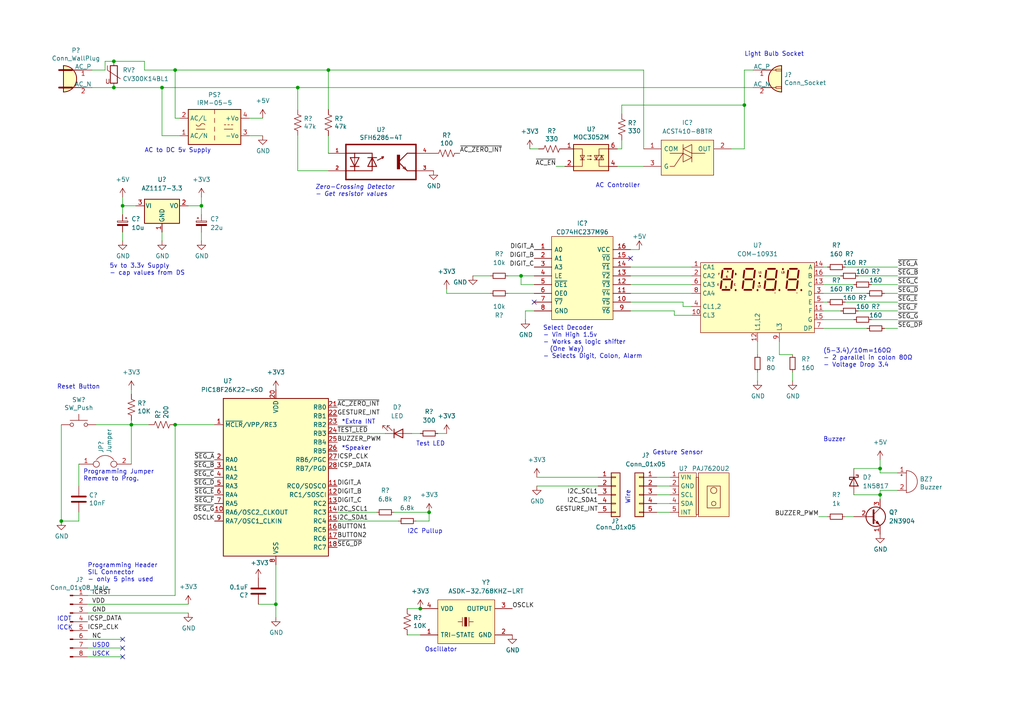
<source format=kicad_sch>
(kicad_sch (version 20210621) (generator eeschema)
  (paper "A4")
  (title_block (title "Sunrise Alarm Clock - ece411") (date "2021-11-07") (rev "V0.5"))
  (lib_symbols
    (symbol "Connector:Conn_01x08_Male" (pin_names (offset 1.016) hide)
      (property "Reference" "J" (at 0 10.16 0))
      (property "Value" "Conn_01x08_Male" (at 0 -12.7 0))
      (symbol "Conn_01x08_Male_1_1"
        (pin passive line (at 5.08 7.62 180) (length 3.81) (name "Pin_1") (number "1"))
        (pin passive line (at 5.08 5.08 180) (length 3.81) (name "Pin_2") (number "2"))
        (pin passive line (at 5.08 2.54 180) (length 3.81) (name "Pin_3") (number "3"))
        (pin passive line (at 5.08 0 180) (length 3.81) (name "Pin_4") (number "4"))
        (pin passive line (at 5.08 -2.54 180) (length 3.81) (name "Pin_5") (number "5"))
        (pin passive line (at 5.08 -5.08 180) (length 3.81) (name "Pin_6") (number "6"))
        (pin passive line (at 5.08 -7.62 180) (length 3.81) (name "Pin_7") (number "7"))
        (pin passive line (at 5.08 -10.16 180) (length 3.81) (name "Pin_8") (number "8"))
      )
    )
    (symbol "Connector:Conn_WallPlug" (pin_names (offset 0))
      (property "Reference" "P" (at -1.27 4.445 0))
      (property "Value" "Conn_WallPlug" (at -5.715 0 90))
      (symbol "Conn_WallPlug_1_1"
        (pin power_out line (at 5.08 2.54 180) (length 5.08) (name "AC_P") (number "1"))
        (pin power_out line (at 5.08 -2.54 180) (length 5.08) (name "AC_N") (number "2"))
      )
    )
    (symbol "Connector:Conn_WallSocket" (pin_names (offset 0))
      (property "Reference" "J" (at 1.27 4.445 0))
      (property "Value" "Conn_WallSocket" (at 5.08 0 90))
      (symbol "Conn_WallSocket_1_1"
        (pin power_in line (at -5.08 2.54 0) (length 5.08) (name "AC_P") (number "1"))
        (pin power_in line (at -5.08 -2.54 0) (length 5.08) (name "AC_N") (number "2"))
      )
    )
    (symbol "Connector_Generic:Conn_01x05" (pin_names (offset 1.016) hide)
      (property "Reference" "J" (at 0 7.62 0))
      (property "Value" "Conn_01x05" (at 0 -7.62 0))
      (symbol "Conn_01x05_1_1"
        (pin passive line (at -5.08 5.08 0) (length 3.81) (name "Pin_1") (number "1"))
        (pin passive line (at -5.08 2.54 0) (length 3.81) (name "Pin_2") (number "2"))
        (pin passive line (at -5.08 0 0) (length 3.81) (name "Pin_3") (number "3"))
        (pin passive line (at -5.08 -2.54 0) (length 3.81) (name "Pin_4") (number "4"))
        (pin passive line (at -5.08 -5.08 0) (length 3.81) (name "Pin_5") (number "5"))
      )
    )
    (symbol "Converter_ACDC:IRM-05-3.3"
      (property "Reference" "PS" (at 0 6.35 0))
      (property "Value" "IRM-05-3.3" (at 0 -6.35 0))
      (symbol "IRM-05-3.3_1_1"
        (pin power_in line (at -10.16 -2.54 0) (length 2.54) (name "AC/N") (number "1"))
        (pin power_in line (at -10.16 2.54 0) (length 2.54) (name "AC/L") (number "2"))
        (pin power_out line (at 10.16 -2.54 180) (length 2.54) (name "-Vo") (number "3"))
        (pin power_out line (at 10.16 2.54 180) (length 2.54) (name "+Vo") (number "4"))
      )
    )
    (symbol "Custom:ACST410-8BTR" (pin_names (offset 0.762))
      (property "Reference" "IC?" (at 12.7 6.731 0))
      (property "Value" "ACST410-8BTR" (at 12.7 4.4196 0))
      (symbol "ACST410-8BTR_0_0"
        (pin passive line (at 0 0 0) (length 5.08) (name "COM") (number "1"))
        (pin passive line (at 25.4 0 180) (length 5.08) (name "OUT") (number "2"))
        (pin passive line (at 0 -5.08 0) (length 5.08) (name "G") (number "3"))
      )
    )
    (symbol "Custom:COM-10931"
      (property "Reference" "U" (at 1.27 19.05 0))
      (property "Value" "COM-10931" (at 26.67 19.05 0))
      (symbol "COM-10931_0_0"
        (pin input line (at -2.54 16.51 0) (length 2.54) (name "CA1") (number "1"))
        (pin input line (at -2.54 2.54 0) (length 2.54) (name "CL3") (number "10"))
        (pin output line (at 35.56 3.81 180) (length 2.54) (name "F") (number "11"))
        (pin output line (at 16.51 -5.08 90) (length 2.54) (name "L1,L2") (number "12"))
        (pin output line (at 35.56 11.43 180) (length 2.54) (name "C") (number "13"))
        (pin output line (at 35.56 16.51 180) (length 2.54) (name "A") (number "14"))
        (pin output line (at 35.56 1.27 180) (length 2.54) (name "G") (number "15"))
        (pin output line (at 35.56 13.97 180) (length 2.54) (name "B") (number "16"))
        (pin input line (at -2.54 13.97 0) (length 2.54) (name "CA2") (number "2"))
        (pin output line (at 35.56 8.89 180) (length 2.54) (name "D") (number "3"))
        (pin input line (at -2.54 5.08 0) (length 2.54) (name "CL1,2") (number "4"))
        (pin output line (at 35.56 6.35 180) (length 2.54) (name "E") (number "5"))
        (pin input line (at -2.54 11.43 0) (length 2.54) (name "CA3") (number "6"))
        (pin output line (at 35.56 -1.27 180) (length 2.54) (name "DP") (number "7"))
        (pin input line (at -2.54 8.89 0) (length 2.54) (name "CA4") (number "8"))
        (pin output line (at 22.86 -5.08 90) (length 2.54) (name "L3") (number "9"))
      )
      (symbol "COM-10931_1_0"
        (text "A" (at 7.874 15.24 0) (effects (font (size 0.508 0.508))))
        (text "B" (at 10.16 14.478 0) (effects (font (size 0.508 0.508))))
        (text "C" (at 9.906 11.43 0) (effects (font (size 0.508 0.508))))
        (text "D" (at 7.366 10.668 0) (effects (font (size 0.508 0.508))))
        (text "DP" (at 21.336 9.906 0) (effects (font (size 0.508 0.508))))
        (text "E" (at 5.08 11.43 0) (effects (font (size 0.508 0.508))))
        (text "F" (at 5.334 14.478 0) (effects (font (size 0.508 0.508))))
        (text "G" (at 7.62 13.716 0) (effects (font (size 0.508 0.508))))
        (text "L1" (at 17.272 14.986 0) (effects (font (size 0.508 0.508))))
        (text "L2" (at 17.018 10.922 0) (effects (font (size 0.508 0.508))))
        (text "L3" (at 23.876 14.986 0) (effects (font (size 0.508 0.508))))
      )
    )
    (symbol "Custom:PAJ7620U2"
      (property "Reference" "U" (at 0.635 1.27 0))
      (property "Value" "PAJ7620U2" (at 9.525 1.27 0))
      (symbol "PAJ7620U2_0_0"
        (pin power_in line (at -2.54 -1.27 0) (length 2.54) (name "VIN") (number "1"))
        (pin power_out line (at -2.54 -3.81 0) (length 2.54) (name "GND") (number "2"))
        (pin input line (at -2.54 -6.35 0) (length 2.54) (name "SCL") (number "3"))
        (pin bidirectional line (at -2.54 -8.89 0) (length 2.54) (name "SDA") (number "4"))
        (pin output line (at -2.54 -11.43 0) (length 2.54) (name "INT") (number "5"))
      )
    )
    (symbol "Device:Buzzer" (pin_names (offset 0.0254) hide)
      (property "Reference" "BZ" (at 3.81 1.27 0))
      (property "Value" "Buzzer" (at 3.81 -1.27 0))
      (symbol "Buzzer_1_1"
        (pin passive line (at -2.54 2.54 0) (length 2.54) (name "-") (number "1"))
        (pin passive line (at -2.54 -2.54 0) (length 2.54) (name "+") (number "2"))
      )
    )
    (symbol "Device:C" (pin_numbers hide) (pin_names (offset 0.254))
      (property "Reference" "C" (at 0.635 2.54 0))
      (property "Value" "C" (at 0.635 -2.54 0))
      (symbol "C_1_1"
        (pin passive line (at 0 3.81 270) (length 2.794) (name "~") (number "1"))
        (pin passive line (at 0 -3.81 90) (length 2.794) (name "~") (number "2"))
      )
    )
    (symbol "Device:C_Polarized_Small" (pin_numbers hide) (pin_names (offset 0.254) hide)
      (property "Reference" "C" (at 0.254 1.778 0))
      (property "Value" "C_Polarized_Small" (at 0.254 -2.032 0))
      (symbol "C_Polarized_Small_1_1"
        (pin passive line (at 0 2.54 270) (length 1.8542) (name "~") (number "1"))
        (pin passive line (at 0 -2.54 90) (length 1.8542) (name "~") (number "2"))
      )
    )
    (symbol "Device:Jumper" (pin_names (offset 0.762) hide)
      (property "Reference" "JP" (at 0 3.81 0))
      (property "Value" "Device_Jumper" (at 0 -2.032 0))
      (symbol "Jumper_0_1"
        (pin passive line (at -7.62 0 0) (length 4.191) (name "1") (number "1"))
        (pin passive line (at 7.62 0 180) (length 4.191) (name "2") (number "2"))
      )
    )
    (symbol "Device:LED" (pin_numbers hide) (pin_names (offset 1.016) hide)
      (property "Reference" "D" (at 0 2.54 0))
      (property "Value" "LED" (at 0 -2.54 0))
      (symbol "LED_1_1"
        (pin passive line (at -3.81 0 0) (length 2.54) (name "K") (number "1"))
        (pin passive line (at 3.81 0 180) (length 2.54) (name "A") (number "2"))
      )
    )
    (symbol "Device:R_Small" (pin_numbers hide) (pin_names (offset 0.254) hide)
      (property "Reference" "R" (at 0.762 0.508 0))
      (property "Value" "R_Small" (at 0.762 -1.016 0))
      (symbol "R_Small_1_1"
        (pin passive line (at 0 2.54 270) (length 0.762) (name "~") (number "1"))
        (pin passive line (at 0 -2.54 90) (length 0.762) (name "~") (number "2"))
      )
    )
    (symbol "Device:R_US" (pin_numbers hide) (pin_names (offset 0))
      (property "Reference" "R" (at 2.54 0 90))
      (property "Value" "R_US" (at -2.54 0 90))
      (symbol "R_US_1_1"
        (pin passive line (at 0 3.81 270) (length 1.27) (name "~") (number "1"))
        (pin passive line (at 0 -3.81 90) (length 1.27) (name "~") (number "2"))
      )
    )
    (symbol "Device:Varistor" (pin_numbers hide) (pin_names (offset 0))
      (property "Reference" "RV" (at 3.175 0 90))
      (property "Value" "Varistor" (at -3.175 0 90))
      (symbol "Varistor_0_0"
        (text "U" (at -1.778 -2.032 0) (effects (font (size 1.27 1.27))))
      )
      (symbol "Varistor_1_1"
        (pin passive line (at 0 3.81 270) (length 1.27) (name "~") (number "1"))
        (pin passive line (at 0 -3.81 90) (length 1.27) (name "~") (number "2"))
      )
    )
    (symbol "Diode:1N5817" (pin_numbers hide) (pin_names (offset 1.016) hide)
      (property "Reference" "D" (at 0 2.54 0))
      (property "Value" "1N5817" (at 0 -2.54 0))
      (symbol "1N5817_1_1"
        (pin passive line (at -3.81 0 0) (length 2.54) (name "K") (number "1"))
        (pin passive line (at 3.81 0 180) (length 2.54) (name "A") (number "2"))
      )
    )
    (symbol "MCU_Microchip_PIC18:PIC18F26K22-xSO"
      (property "Reference" "U" (at -12.7 25.4 0))
      (property "Value" "PIC18F26K22-xSO" (at 12.7 25.4 0))
      (symbol "PIC18F26K22-xSO_1_1"
        (pin input line (at -17.78 15.24 0) (length 2.54) (name "~{MCLR}/VPP/RE3") (number "1"))
        (pin bidirectional line (at -17.78 -10.16 0) (length 2.54) (name "RA6/OSC2_CLKOUT") (number "10"))
        (pin bidirectional line (at 17.78 -2.54 180) (length 2.54) (name "RC0/SOSCO") (number "11"))
        (pin bidirectional line (at 17.78 -5.08 180) (length 2.54) (name "RC1/SOSCI") (number "12"))
        (pin bidirectional line (at 17.78 -7.62 180) (length 2.54) (name "RC2") (number "13"))
        (pin bidirectional line (at 17.78 -10.16 180) (length 2.54) (name "RC3") (number "14"))
        (pin bidirectional line (at 17.78 -12.7 180) (length 2.54) (name "RC4") (number "15"))
        (pin bidirectional line (at 17.78 -15.24 180) (length 2.54) (name "RC5") (number "16"))
        (pin bidirectional line (at 17.78 -17.78 180) (length 2.54) (name "RC6") (number "17"))
        (pin bidirectional line (at 17.78 -20.32 180) (length 2.54) (name "RC7") (number "18"))
        (pin passive line (at 0 -25.4 90) (length 2.54) hide (name "VSS") (number "19"))
        (pin bidirectional line (at -17.78 5.08 0) (length 2.54) (name "RA0") (number "2"))
        (pin power_in line (at 0 25.4 270) (length 2.54) (name "VDD") (number "20"))
        (pin bidirectional line (at 17.78 20.32 180) (length 2.54) (name "RB0") (number "21"))
        (pin bidirectional line (at 17.78 17.78 180) (length 2.54) (name "RB1") (number "22"))
        (pin bidirectional line (at 17.78 15.24 180) (length 2.54) (name "RB2") (number "23"))
        (pin bidirectional line (at 17.78 12.7 180) (length 2.54) (name "RB3") (number "24"))
        (pin bidirectional line (at 17.78 10.16 180) (length 2.54) (name "RB4") (number "25"))
        (pin bidirectional line (at 17.78 7.62 180) (length 2.54) (name "RB5") (number "26"))
        (pin bidirectional line (at 17.78 5.08 180) (length 2.54) (name "RB6/PGC") (number "27"))
        (pin bidirectional line (at 17.78 2.54 180) (length 2.54) (name "RB7/PGD") (number "28"))
        (pin bidirectional line (at -17.78 2.54 0) (length 2.54) (name "RA1") (number "3"))
        (pin bidirectional line (at -17.78 0 0) (length 2.54) (name "RA2") (number "4"))
        (pin bidirectional line (at -17.78 -2.54 0) (length 2.54) (name "RA3") (number "5"))
        (pin bidirectional line (at -17.78 -5.08 0) (length 2.54) (name "RA4") (number "6"))
        (pin bidirectional line (at -17.78 -7.62 0) (length 2.54) (name "RA5") (number "7"))
        (pin power_in line (at 0 -25.4 90) (length 2.54) (name "VSS") (number "8"))
        (pin bidirectional line (at -17.78 -12.7 0) (length 2.54) (name "RA7/OSC1_CLKIN") (number "9"))
      )
    )
    (symbol "Regulator_Linear:AZ1117-3.3" (pin_names (offset 0.254))
      (property "Reference" "U" (at -3.81 3.175 0))
      (property "Value" "AZ1117-3.3" (at 0 3.175 0))
      (symbol "AZ1117-3.3_1_1"
        (pin power_in line (at 0 -7.62 90) (length 2.54) (name "GND") (number "1"))
        (pin power_out line (at 7.62 0 180) (length 2.54) (name "VO") (number "2"))
        (pin power_in line (at -7.62 0 0) (length 2.54) (name "VI") (number "3"))
      )
    )
    (symbol "Relay_SolidState:MOC3052M"
      (property "Reference" "U" (at -5.334 4.826 0))
      (property "Value" "MOC3052M" (at 0 5.08 0))
      (symbol "MOC3052M_1_1"
        (pin passive line (at -7.62 2.54 0) (length 2.54) (name "~") (number "1"))
        (pin passive line (at -7.62 -2.54 0) (length 2.54) (name "~") (number "2"))
        (pin no_connect line (at -5.08 0 0) (length 2.54) hide (name "NC") (number "3"))
        (pin passive line (at 7.62 -2.54 180) (length 2.54) (name "~") (number "4"))
        (pin no_connect line (at 5.08 0 180) (length 2.54) hide (name "NC") (number "5"))
        (pin passive line (at 7.62 2.54 180) (length 2.54) (name "~") (number "6"))
      )
    )
    (symbol "SFH6286-4T:SFH6286-4T" (pin_names (offset 1.016) hide)
      (property "Reference" "U" (at -5.08 5.588 0))
      (property "Value" "SFH6286-4T" (at -5.08 -7.6454 0))
      (symbol "SFH6286-4T_0_0"
        (pin input line (at -15.24 2.54 0) (length 5.08) (name "~") (number "1"))
        (pin output line (at -15.24 -2.54 0) (length 5.08) (name "~") (number "2"))
        (pin output line (at 15.24 -2.54 180) (length 5.08) (name "~") (number "3"))
        (pin input line (at 15.24 2.54 180) (length 5.08) (name "~") (number "4"))
      )
    )
    (symbol "SamacSys_Parts:ASDK-32.768KHZ-LRT" (pin_names (offset 0.762))
      (property "Reference" "Y?" (at 19.05 7.62 0))
      (property "Value" "ASDK-32.768KHZ-LRT" (at 19.05 5.08 0))
      (symbol "ASDK-32.768KHZ-LRT_0_0"
        (pin passive line (at 0 -7.62 0) (length 5.08) (name "TRI-STATE") (number "1"))
        (pin passive line (at 26.67 -7.62 180) (length 5.08) (name "GND") (number "2"))
        (pin passive line (at 26.67 0 180) (length 5.08) (name "OUTPUT") (number "3"))
        (pin passive line (at 0 0 0) (length 5.08) (name "VDD") (number "4"))
      )
    )
    (symbol "SamacSys_Parts:CD74HC237M96" (pin_names (offset 0.762))
      (property "Reference" "IC?" (at 13.97 7.62 0))
      (property "Value" "CD74HC237M96" (at 13.97 5.08 0))
      (symbol "CD74HC237M96_0_0"
        (pin passive line (at 0 0 0) (length 5.08) (name "A0") (number "1"))
        (pin passive line (at 27.94 -15.24 180) (length 5.08) (name "~{Y5}") (number "10"))
        (pin passive line (at 27.94 -12.7 180) (length 5.08) (name "~{Y4}") (number "11"))
        (pin passive line (at 27.94 -10.16 180) (length 5.08) (name "~{Y3}") (number "12"))
        (pin passive line (at 27.94 -7.62 180) (length 5.08) (name "~{Y2}") (number "13"))
        (pin passive line (at 27.94 -5.08 180) (length 5.08) (name "~{Y1}") (number "14"))
        (pin passive line (at 27.94 -2.54 180) (length 5.08) (name "~{Y0}") (number "15"))
        (pin passive line (at 27.94 0 180) (length 5.08) (name "VCC") (number "16"))
        (pin passive line (at 0 -2.54 0) (length 5.08) (name "A1") (number "2"))
        (pin passive line (at 0 -5.08 0) (length 5.08) (name "A3") (number "3"))
        (pin passive line (at 0 -7.62 0) (length 5.08) (name "LE") (number "4"))
        (pin passive line (at 0 -10.16 0) (length 5.08) (name "~{OE1}") (number "5"))
        (pin passive line (at 0 -12.7 0) (length 5.08) (name "OE0") (number "6"))
        (pin passive line (at 0 -15.24 0) (length 5.08) (name "~{Y7}") (number "7"))
        (pin passive line (at 0 -17.78 0) (length 5.08) (name "GND") (number "8"))
        (pin passive line (at 27.94 -17.78 180) (length 5.08) (name "~{Y6}") (number "9"))
      )
    )
    (symbol "Switch:SW_Push" (pin_numbers hide) (pin_names (offset 1.016) hide)
      (property "Reference" "SW" (at 1.27 2.54 0))
      (property "Value" "SW_Push" (at 0 -1.524 0))
      (symbol "SW_Push_0_1"
        (pin passive line (at -5.08 0 0) (length 2.54) (name "1") (number "1"))
        (pin passive line (at 5.08 0 180) (length 2.54) (name "2") (number "2"))
      )
    )
    (symbol "Transistor_BJT:2N3904" (pin_names (offset 0) hide)
      (property "Reference" "Q" (at 5.08 1.905 0))
      (property "Value" "2N3904" (at 5.08 0 0))
      (symbol "2N3904_1_1"
        (pin passive line (at 2.54 -5.08 90) (length 2.54) (name "E") (number "1"))
        (pin passive line (at -5.08 0 0) (length 5.715) (name "B") (number "2"))
        (pin passive line (at 2.54 5.08 270) (length 2.54) (name "C") (number "3"))
      )
    )
    (symbol "power:+3.3V" (power) (pin_names (offset 0))
      (property "Value" "+3.3V" (at 0 3.556 0))
      (symbol "+3.3V_1_1"
        (pin power_in line (at 0 0 90) (length 0) hide (name "+3V3") (number "1"))
      )
    )
    (symbol "power:+5V" (power) (pin_names (offset 0))
      (property "Value" "+5V" (at 0 3.556 0))
      (symbol "+5V_1_1"
        (pin power_in line (at 0 0 90) (length 0) hide (name "+5V") (number "1"))
      )
    )
    (symbol "power:GND" (power) (pin_names (offset 0))
      (property "Value" "GND" (at 0 -3.81 0))
      (symbol "GND_1_1"
        (pin power_in line (at 0 0 270) (length 0) hide (name "GND") (number "1"))
      )
    )
  )
  (junction (at 17.78 151.13))
  (junction (at 151.13 80.01))
  (junction (at 255.27 143.51))
  (junction (at 215.9 30.48))
  (junction (at 50.8 20.32))
  (junction (at 95.25 20.32))
  (junction (at 33.02 25.4))
  (junction (at 50.8 123.19))
  (junction (at 80.01 175.26))
  (junction (at 33.02 17.78))
  (junction (at 46.99 25.4))
  (junction (at 58.42 59.69))
  (junction (at 38.1 123.19))
  (junction (at 35.56 59.69))
  (junction (at 124.46 148.59))
  (junction (at 121.92 176.53))
  (junction (at 86.36 25.4))
  (junction (at 255.27 135.89))
  (no_connect (at 35.56 190.5))
  (no_connect (at 154.94 87.63))
  (no_connect (at 35.56 187.96))
  (no_connect (at 35.56 185.42))
  (no_connect (at 182.88 74.93))
  (wire (pts (xy 22.86 151.13) (xy 17.78 151.13)))
  (wire (pts (xy 154.94 85.09) (xy 147.32 85.09)))
  (wire (pts (xy 190.5 140.97) (xy 194.31 140.97)))
  (wire (pts (xy 38.1 134.62) (xy 38.1 123.19)))
  (wire (pts (xy 22.86 151.13) (xy 22.86 148.59)))
  (wire (pts (xy 238.76 77.47) (xy 240.03 77.47)))
  (wire (pts (xy 185.42 72.39) (xy 182.88 72.39)))
  (wire (pts (xy 17.78 123.19) (xy 17.78 151.13)))
  (wire (pts (xy 238.76 90.17) (xy 243.84 90.17)))
  (wire (pts (xy 238.76 80.01) (xy 243.84 80.01)))
  (wire (pts (xy 30.48 17.78) (xy 30.48 20.32)))
  (wire (pts (xy 35.56 59.69) (xy 39.37 59.69)))
  (wire (pts (xy 35.56 67.31) (xy 35.56 69.85)))
  (wire (pts (xy 35.56 59.69) (xy 35.56 62.23)))
  (wire (pts (xy 245.11 149.86) (xy 247.65 149.86)))
  (wire (pts (xy 247.65 143.51) (xy 255.27 143.51)))
  (wire (pts (xy 182.88 80.01) (xy 200.66 80.01)))
  (wire (pts (xy 226.06 102.87) (xy 229.87 102.87)))
  (wire (pts (xy 118.11 176.53) (xy 121.92 176.53)))
  (wire (pts (xy 182.88 82.55) (xy 200.66 82.55)))
  (wire (pts (xy 238.76 87.63) (xy 240.03 87.63)))
  (wire (pts (xy 52.07 34.29) (xy 50.8 34.29)))
  (wire (pts (xy 25.4 190.5) (xy 35.56 190.5)))
  (wire (pts (xy 25.4 177.8) (xy 54.61 177.8)))
  (wire (pts (xy 248.92 80.01) (xy 260.35 80.01)))
  (wire (pts (xy 30.48 17.78) (xy 33.02 17.78)))
  (wire (pts (xy 33.02 17.78) (xy 41.91 17.78)))
  (wire (pts (xy 46.99 67.31) (xy 46.99 69.85)))
  (wire (pts (xy 155.702 138.43) (xy 173.482 138.43)))
  (wire (pts (xy 155.702 140.97) (xy 173.482 140.97)))
  (wire (pts (xy 182.88 85.09) (xy 200.66 85.09)))
  (wire (pts (xy 237.49 149.86) (xy 240.03 149.86)))
  (wire (pts (xy 50.8 123.19) (xy 50.8 172.72)))
  (wire (pts (xy 95.25 49.53) (xy 86.36 49.53)))
  (wire (pts (xy 215.9 20.32) (xy 218.44 20.32)))
  (wire (pts (xy 38.1 114.3) (xy 38.1 113.03)))
  (wire (pts (xy 38.1 123.19) (xy 43.18 123.19)))
  (wire (pts (xy 54.61 59.69) (xy 58.42 59.69)))
  (wire (pts (xy 58.42 59.69) (xy 58.42 62.23)))
  (wire (pts (xy 58.42 67.31) (xy 58.42 69.85)))
  (wire (pts (xy 50.8 123.19) (xy 62.23 123.19)))
  (wire (pts (xy 129.54 85.09) (xy 129.54 83.82)))
  (wire (pts (xy 245.11 87.63) (xy 260.35 87.63)))
  (wire (pts (xy 80.01 175.26) (xy 80.01 163.83)))
  (wire (pts (xy 256.54 85.09) (xy 260.35 85.09)))
  (wire (pts (xy 118.11 184.15) (xy 121.92 184.15)))
  (wire (pts (xy 154.94 90.17) (xy 152.4 90.17)))
  (wire (pts (xy 152.4 90.17) (xy 152.4 92.71)))
  (wire (pts (xy 255.27 137.16) (xy 260.35 137.16)))
  (wire (pts (xy 255.27 133.35) (xy 255.27 135.89)))
  (wire (pts (xy 255.27 135.89) (xy 255.27 137.16)))
  (wire (pts (xy 95.25 44.45) (xy 95.25 39.37)))
  (wire (pts (xy 151.13 80.01) (xy 151.13 82.55)))
  (wire (pts (xy 151.13 82.55) (xy 154.94 82.55)))
  (wire (pts (xy 219.71 99.06) (xy 219.71 102.87)))
  (wire (pts (xy 179.07 48.26) (xy 186.69 48.26)))
  (wire (pts (xy 95.25 31.75) (xy 95.25 20.32)))
  (wire (pts (xy 41.91 17.78) (xy 41.91 20.32)))
  (wire (pts (xy 182.88 87.63) (xy 198.12 87.63)))
  (wire (pts (xy 198.12 88.9) (xy 200.66 88.9)))
  (wire (pts (xy 198.12 87.63) (xy 198.12 88.9)))
  (wire (pts (xy 74.93 175.26) (xy 80.01 175.26)))
  (wire (pts (xy 129.54 85.09) (xy 142.24 85.09)))
  (wire (pts (xy 256.54 95.25) (xy 260.35 95.25)))
  (wire (pts (xy 38.1 123.19) (xy 27.94 123.19)))
  (wire (pts (xy 180.34 43.18) (xy 180.34 40.64)))
  (wire (pts (xy 195.58 91.44) (xy 200.66 91.44)))
  (wire (pts (xy 22.86 134.62) (xy 22.86 140.97)))
  (wire (pts (xy 229.87 107.95) (xy 229.87 110.49)))
  (wire (pts (xy 190.5 138.43) (xy 194.31 138.43)))
  (wire (pts (xy 25.4 172.72) (xy 50.8 172.72)))
  (wire (pts (xy 153.67 43.18) (xy 156.21 43.18)))
  (wire (pts (xy 25.4 187.96) (xy 35.56 187.96)))
  (wire (pts (xy 238.76 92.71) (xy 247.65 92.71)))
  (wire (pts (xy 124.46 148.59) (xy 124.46 151.13)))
  (wire (pts (xy 46.99 39.37) (xy 46.99 25.4)))
  (wire (pts (xy 120.65 151.13) (xy 124.46 151.13)))
  (wire (pts (xy 97.79 151.13) (xy 115.57 151.13)))
  (wire (pts (xy 163.83 48.26) (xy 161.29 48.26)))
  (wire (pts (xy 226.06 99.06) (xy 226.06 102.87)))
  (wire (pts (xy 97.79 148.59) (xy 109.22 148.59)))
  (wire (pts (xy 114.3 148.59) (xy 124.46 148.59)))
  (wire (pts (xy 33.02 25.4) (xy 46.99 25.4)))
  (wire (pts (xy 252.73 82.55) (xy 260.35 82.55)))
  (wire (pts (xy 119.38 125.73) (xy 121.92 125.73)))
  (wire (pts (xy 97.79 125.73) (xy 111.76 125.73)))
  (wire (pts (xy 58.42 57.15) (xy 58.42 59.69)))
  (wire (pts (xy 25.4 185.42) (xy 35.56 185.42)))
  (wire (pts (xy 195.58 91.44) (xy 195.58 90.17)))
  (wire (pts (xy 195.58 90.17) (xy 182.88 90.17)))
  (wire (pts (xy 248.92 90.17) (xy 260.35 90.17)))
  (wire (pts (xy 179.07 43.18) (xy 180.34 43.18)))
  (wire (pts (xy 86.36 49.53) (xy 86.36 39.37)))
  (wire (pts (xy 72.39 34.29) (xy 76.2 34.29)))
  (wire (pts (xy 252.73 92.71) (xy 260.35 92.71)))
  (wire (pts (xy 190.5 143.51) (xy 194.31 143.51)))
  (wire (pts (xy 238.76 82.55) (xy 247.65 82.55)))
  (wire (pts (xy 30.48 20.32) (xy 26.67 20.32)))
  (wire (pts (xy 182.88 77.47) (xy 200.66 77.47)))
  (wire (pts (xy 137.16 80.01) (xy 142.24 80.01)))
  (wire (pts (xy 80.01 179.07) (xy 80.01 175.26)))
  (wire (pts (xy 180.34 30.48) (xy 215.9 30.48)))
  (wire (pts (xy 180.34 33.02) (xy 180.34 30.48)))
  (wire (pts (xy 190.5 146.05) (xy 194.31 146.05)))
  (wire (pts (xy 247.65 135.89) (xy 255.27 135.89)))
  (wire (pts (xy 86.36 25.4) (xy 218.44 25.4)))
  (wire (pts (xy 46.99 25.4) (xy 86.36 25.4)))
  (wire (pts (xy 52.07 39.37) (xy 46.99 39.37)))
  (wire (pts (xy 212.09 43.18) (xy 215.9 43.18)))
  (wire (pts (xy 26.67 25.4) (xy 33.02 25.4)))
  (wire (pts (xy 50.8 34.29) (xy 50.8 20.32)))
  (wire (pts (xy 190.5 148.59) (xy 194.31 148.59)))
  (wire (pts (xy 238.76 85.09) (xy 251.46 85.09)))
  (wire (pts (xy 95.25 20.32) (xy 186.69 20.32)))
  (wire (pts (xy 50.8 20.32) (xy 95.25 20.32)))
  (wire (pts (xy 41.91 20.32) (xy 50.8 20.32)))
  (wire (pts (xy 215.9 43.18) (xy 215.9 30.48)))
  (wire (pts (xy 215.9 30.48) (xy 215.9 20.32)))
  (wire (pts (xy 219.71 107.95) (xy 219.71 110.49)))
  (wire (pts (xy 25.4 175.26) (xy 54.61 175.26)))
  (wire (pts (xy 154.94 80.01) (xy 151.13 80.01)))
  (wire (pts (xy 151.13 80.01) (xy 147.32 80.01)))
  (wire (pts (xy 86.36 31.75) (xy 86.36 25.4)))
  (wire (pts (xy 38.1 123.19) (xy 38.1 121.92)))
  (wire (pts (xy 186.69 43.18) (xy 186.69 20.32)))
  (wire (pts (xy 35.56 57.15) (xy 35.56 59.69)))
  (wire (pts (xy 260.35 142.24) (xy 255.27 142.24)))
  (wire (pts (xy 255.27 143.51) (xy 255.27 144.78)))
  (wire (pts (xy 255.27 142.24) (xy 255.27 143.51)))
  (wire (pts (xy 127 125.73) (xy 129.54 125.73)))
  (wire (pts (xy 238.76 95.25) (xy 251.46 95.25)))
  (wire (pts (xy 245.11 77.47) (xy 260.35 77.47)))
  (wire (pts (xy 72.39 39.37) (xy 76.2 39.37)))
  (text "Select Decoder\n- Vin High 1.5v\n- Works as logic shifter\n  (One Way)\n- Selects Digit, Colon, Alarm" (at 157.48 104.14 0) (effects (font (size 1.27 1.27)) (justify left bottom)))
  (text "USD0" (at 26.67 187.96 0) (effects (font (size 1.27 1.27)) (justify left bottom)))
  (text "Test LED" (at 120.65 129.54 0) (effects (font (size 1.27 1.27)) (justify left bottom)))
  (text "Buzzer" (at 238.76 128.27 0) (effects (font (size 1.27 1.27)) (justify left bottom)))
  (text "*Extra INT" (at 99.06 123.19 0) (effects (font (size 1.27 1.27)) (justify left bottom)))
  (text "Reset Button" (at 16.51 113.03 0) (effects (font (size 1.27 1.27)) (justify left bottom)))
  (text "Gesture Sensor" (at 189.23 132.08 0) (effects (font (size 1.27 1.27)) (justify left bottom)))
  (text "Light Bulb Socket" (at 215.9 16.51 0) (effects (font (size 1.27 1.27)) (justify left bottom)))
  (text "*Speaker" (at 99.06 130.81 0) (effects (font (size 1.27 1.27)) (justify left bottom)))
  (text "Oscillator" (at 123.19 189.23 0) (effects (font (size 1.27 1.27)) (justify left bottom)))
  (text "ICDT" (at 16.51 180.34 0) (effects (font (size 1.27 1.27)) (justify left bottom)))
  (text "USCK" (at 26.67 190.5 0) (effects (font (size 1.27 1.27)) (justify left bottom)))
  (text "Programming Jumper\nRemove to Prog." (at 24.13 139.7 0) (effects (font (size 1.27 1.27)) (justify left bottom)))
  (text "AC to DC 5v Supply" (at 41.91 44.45 0) (effects (font (size 1.27 1.27)) (justify left bottom)))
  (text "Zero-Crossing Detector\n- Get resistor values" (at 91.44 57.15 0) (effects (font (size 1.27 1.27) italic) (justify left bottom)))
  (text "Wire" (at 182.88 146.304 90) (effects (font (size 1.27 1.27)) (justify left bottom)))
  (text "Programming Header\nSIL Connector\n- only 5 pins used" (at 25.4 168.91 0) (effects (font (size 1.27 1.27)) (justify left bottom)))
  (text "I2C Pullup" (at 118.11 154.94 0) (effects (font (size 1.27 1.27)) (justify left bottom)))
  (text "(5-3.4)/10m=160Ω\n- 2 parallel in colon 80Ω\n- Voltage Drop 3.4\n" (at 238.76 106.68 0) (effects (font (size 1.27 1.27)) (justify left bottom)))
  (text "5v to 3.3v Supply\n- cap values from DS" (at 31.75 80.01 0) (effects (font (size 1.27 1.27)) (justify left bottom)))
  (text "AC Controller" (at 172.72 54.61 0) (effects (font (size 1.27 1.27)) (justify left bottom)))
  (text "ICCK" (at 16.51 182.88 0) (effects (font (size 1.27 1.27)) (justify left bottom)))
  (label "~{AC_EN}" (at 161.29 48.26 180))
  (label "BUTTON1" (at 97.79 153.67 0))
  (label "I2C_SDA1" (at 97.79 151.13 0))
  (label "I2C_SDA1" (at 173.482 146.05 180))
  (label "DIGIT_C" (at 97.79 146.05 0))
  (label "OSCLK" (at 62.23 151.13 180))
  (label "~{AC_ZERO_INT}" (at 97.79 118.11 0))
  (label "~{SEG_G}" (at 62.23 148.59 180))
  (label "~{SEG_F}" (at 260.35 90.17 0))
  (label "I2C_SCL1" (at 173.482 143.51 180))
  (label "~{SEG_E}" (at 62.23 143.51 180))
  (label "GESTURE_INT" (at 173.482 148.59 180))
  (label "DIGIT_B" (at 97.79 143.51 0))
  (label "~{AC_ZERO_INT}" (at 133.35 44.45 0))
  (label "~{SEG_G}" (at 260.35 92.71 0))
  (label "DIGIT_B" (at 154.94 74.93 180))
  (label "ICSP_CLK" (at 97.79 133.35 0))
  (label "ICSP_DATA" (at 97.79 135.89 0))
  (label "ICRST" (at 26.67 172.72 0))
  (label "DIGIT_A" (at 154.94 72.39 180))
  (label "VDD" (at 26.67 175.26 0))
  (label "BUTTON2" (at 97.79 156.21 0))
  (label "~{SEG_A}" (at 62.23 133.35 180))
  (label "~{SEG_DP}" (at 97.79 158.75 0))
  (label "DIGIT_C" (at 154.94 77.47 180))
  (label "~{SEG_E}" (at 260.35 87.63 0))
  (label "~{SEG_B}" (at 62.23 135.89 180))
  (label "~{TEST_LED}" (at 97.79 125.73 0))
  (label "~{SEG_F}" (at 62.23 146.05 180))
  (label "GND" (at 26.67 177.8 0))
  (label "GESTURE_INT" (at 97.79 120.65 0))
  (label "~{SEG_C}" (at 260.35 82.55 0))
  (label "ICSP_DATA" (at 25.4 180.34 0))
  (label "OSCLK" (at 148.59 176.53 0))
  (label "ICSP_CLK" (at 25.4 182.88 0))
  (label "~{SEG_A}" (at 260.35 77.47 0))
  (label "~{SEG_C}" (at 62.23 138.43 180))
  (label "NC" (at 26.67 185.42 0))
  (label "~{SEG_B}" (at 260.35 80.01 0))
  (label "DIGIT_A" (at 97.79 140.97 0))
  (label "BUZZER_PWM" (at 97.79 128.27 0))
  (label "~{SEG_D}" (at 62.23 140.97 180))
  (label "BUZZER_PWM" (at 237.49 149.86 180))
  (label "~{SEG_D}" (at 260.35 85.09 0))
  (label "~{SEG_DP}" (at 260.35 95.25 0))
  (label "I2C_SCL1" (at 97.79 148.59 0))
  (symbol (lib_id "MCU_Microchip_PIC18:PIC18F26K22-xSO") (at 80.01 138.43 0) (unit 1)
    (property "Reference" "U?" (at 66.04 110.49 0))
    (property "Value" "PIC18F26K22-xSO" (at 67.31 113.03 0))
    (property "Footprint" "Package_SO:SOIC-28W_7.5x17.9mm_P1.27mm" (effects hide))
    (property "Datasheet" "http://ww1.microchip.com/downloads/en/DeviceDoc/40001412G.pdf" (effects hide))
  )
  (symbol (lib_id "Converter_ACDC:IRM-05-3.3") (at 62.23 36.83 0) (unit 1)
    (property "Reference" "PS?" (at 62.23 27.5082 0))
    (property "Value" "IRM-05-5" (at 62.23 29.8196 0))
    (property "Footprint" "Converter_ACDC:Converter_ACDC_MeanWell_IRM-05-xx_THT" (effects hide))
    (property "Datasheet" "https://www.meanwell.com/Upload/PDF/IRM-05/IRM-05-SPEC.PDF" (effects hide))
  )
  (symbol (lib_id "Relay_SolidState:MOC3052M") (at 171.45 45.72 0) (unit 1)
    (property "Reference" "U?" (at 171.45 37.465 0))
    (property "Value" "MOC3052M" (at 171.45 39.7764 0))
    (property "Datasheet" "https://www.onsemi.com/pub/Collateral/MOC3052M-D.PDF" (effects hide))
  )
  (symbol (lib_id "Connector:Conn_WallPlug") (at 21.59 22.86 0) (unit 1)
    (property "Reference" "P?" (at 22.0218 14.605 0))
    (property "Value" "Conn_WallPlug" (at 22.0218 16.9164 0))
  )
  (symbol (lib_id "Connector:Conn_WallSocket") (at 223.52 22.86 0) (unit 1)
    (property "Reference" "J?" (at 227.4316 21.6916 0) (effects (justify left)))
    (property "Value" "Conn_Socket" (at 227.4316 24.003 0) (effects (justify left)))
  )
  (symbol (lib_id "Device:R_US") (at 38.1 118.11 0) (unit 1)
    (property "Reference" "R?" (at 39.8272 116.9416 0) (effects (justify left)))
    (property "Value" "10K" (at 39.8272 119.253 0) (effects (justify left)))
  )
  (symbol (lib_id "Device:Buzzer") (at 262.89 139.7 0) (unit 1)
    (property "Reference" "BZ?" (at 266.7508 138.9634 0) (effects (justify left)))
    (property "Value" "Buzzer" (at 266.7508 141.2748 0) (effects (justify left)))
  )
  (symbol (lib_id "SFH6286-4T:SFH6286-4T") (at 110.49 46.99 0) (unit 1)
    (property "Reference" "U?" (at 110.49 37.592 0))
    (property "Value" "SFH6286-4T" (at 110.49 39.9034 0))
    (property "Footprint" "SOIC254P977X460-4N" (effects hide))
    (property "MANUFACTURER" "Vishay" (effects hide))
  )
  (symbol (lib_id "Switch:SW_Push") (at 22.86 123.19 0) (unit 1)
    (property "Reference" "SW?" (at 22.86 115.951 0))
    (property "Value" "SW_Push" (at 22.86 118.2624 0))
  )
  (symbol (lib_id "Device:C") (at 22.86 144.78 0) (unit 1)
    (property "Reference" "C?" (at 25.781 143.6116 0) (effects (justify left)))
    (property "Value" "10nF" (at 25.781 145.923 0) (effects (justify left)))
  )
  (symbol (lib_id "power:GND") (at 17.78 151.13 0) (unit 1)
    (property "Reference" "#PWR?" (effects hide))
    (property "Value" "GND" (at 17.907 155.5242 0))
  )
  (symbol (lib_id "power:GND") (at 76.2 39.37 0) (unit 1)
    (property "Reference" "#PWR?" (effects hide))
    (property "Value" "GND" (at 76.327 43.7642 0))
  )
  (symbol (lib_id "power:GND") (at 125.73 49.53 0) (unit 1)
    (property "Reference" "#PWR?" (effects hide))
    (property "Value" "GND" (at 125.857 53.9242 0))
  )
  (symbol (lib_id "Device:R_US") (at 180.34 36.83 0) (unit 1)
    (property "Reference" "R?" (at 182.0672 35.6616 0) (effects (justify left)))
    (property "Value" "330" (at 182.0672 37.973 0) (effects (justify left)))
  )
  (symbol (lib_id "Device:R_US") (at 160.02 43.18 270) (unit 1)
    (property "Reference" "R?" (at 160.02 37.973 90))
    (property "Value" "330" (at 160.02 40.2844 90))
  )
  (symbol (lib_id "Device:R_US") (at 86.36 35.56 0) (unit 1)
    (property "Reference" "R?" (at 88.0872 34.3916 0) (effects (justify left)))
    (property "Value" "47k" (at 88.0872 36.703 0) (effects (justify left)))
  )
  (symbol (lib_id "Device:R_US") (at 95.25 35.56 0) (unit 1)
    (property "Reference" "R?" (at 96.9772 34.3916 0) (effects (justify left)))
    (property "Value" "47k" (at 96.9772 36.703 0) (effects (justify left)))
  )
  (symbol (lib_id "Device:R_US") (at 129.54 44.45 270) (unit 1)
    (property "Reference" "R?" (at 129.54 39.243 90))
    (property "Value" "100" (at 129.54 41.5544 90))
  )
  (symbol (lib_id "Connector:Conn_01x08_Male") (at 20.32 180.34 0) (unit 1)
    (property "Reference" "J?" (at 23.0632 168.1226 0))
    (property "Value" "Conn_01x08_Male" (at 23.0632 170.434 0))
  )
  (symbol (lib_id "Device:C") (at 74.93 171.45 180) (unit 1)
    (property "Reference" "C?" (at 72.009 172.6184 0) (effects (justify left)))
    (property "Value" "0.1uF" (at 72.009 170.307 0) (effects (justify left)))
  )
  (symbol (lib_id "power:+3.3V") (at 74.93 167.64 0) (unit 1)
    (property "Reference" "#PWR?" (effects hide))
    (property "Value" "+5V" (at 75.311 163.2458 0))
  )
  (symbol (lib_id "power:GND") (at 80.01 179.07 0) (unit 1)
    (property "Reference" "#PWR?" (effects hide))
    (property "Value" "GND" (at 80.137 183.4642 0))
  )
  (symbol (lib_id "Device:Jumper") (at 30.48 134.62 0) (unit 1)
    (property "Reference" "JP?" (at 29.3116 131.3942 90) (effects (justify left)))
    (property "Value" "Jumper" (at 31.623 131.3942 90) (effects (justify left)))
  )
  (symbol (lib_id "Device:R_US") (at 46.99 123.19 90) (unit 1)
    (property "Reference" "R?" (at 45.8216 121.4628 0) (effects (justify left)))
    (property "Value" "200" (at 48.133 121.4628 0) (effects (justify left)))
  )
  (symbol (lib_id "power:GND") (at 54.61 177.8 0) (unit 1)
    (property "Reference" "#PWR?" (effects hide))
    (property "Value" "GND" (at 54.737 182.1942 0))
  )
  (symbol (lib_id "Device:R_Small") (at 144.78 80.01 270) (unit 1)
    (property "Reference" "R?" (at 144.78 73.66 90))
    (property "Value" "10k" (at 144.78 76.2 90))
  )
  (symbol (lib_id "Connector_Generic:Conn_01x05") (at 185.42 143.51 0) (mirror y) (unit 1)
    (property "Reference" "J?" (at 187.2615 132.08 0))
    (property "Value" "Conn_01x05" (at 187.2615 134.62 0))
    (property "Footprint" "Connector_Harwin:Harwin_M20-89005xx_1x05_P2.54mm_Horizontal" (effects hide))
  )
  (symbol (lib_id "Device:R_Small") (at 219.71 105.41 0) (unit 1)
    (property "Reference" "R?" (at 222.25 104.1399 0) (effects (justify left)))
    (property "Value" "80" (at 222.25 106.6799 0) (effects (justify left)))
  )
  (symbol (lib_id "Device:R_Small") (at 250.19 82.55 270) (unit 1)
    (property "Reference" "R?" (at 250.19 76.2 90))
    (property "Value" "160" (at 250.19 78.74 90))
  )
  (symbol (lib_id "Device:LED") (at 115.57 125.73 0) (mirror x) (unit 1)
    (property "Reference" "D?" (at 115.189 118.11 0))
    (property "Value" "LED" (at 115.189 120.65 0))
  )
  (symbol (lib_id "Custom:COM-10931") (at 203.2 93.98 0) (unit 1)
    (property "Reference" "U?" (at 219.71 71.12 0))
    (property "Value" "COM-10931" (at 219.71 73.66 0))
    (property "Datasheet" "http://cdn.sparkfun.com/datasheets/Components/LED/ATA3492BW_2.pdf" (effects hide))
  )
  (symbol (lib_id "Device:R_Small") (at 229.87 105.41 180) (unit 1)
    (property "Reference" "R?" (at 232.41 104.1399 0) (effects (justify right)))
    (property "Value" "160" (at 232.41 106.6799 0) (effects (justify right)))
  )
  (symbol (lib_id "power:GND") (at 219.71 110.49 0) (unit 1)
    (property "Reference" "#PWR?" (effects hide))
    (property "Value" "GND" (at 219.837 114.8842 0))
  )
  (symbol (lib_id "Device:R_Small") (at 246.38 90.17 270) (unit 1)
    (property "Reference" "R?" (at 246.38 83.82 90))
    (property "Value" "160" (at 246.38 86.36 90))
  )
  (symbol (lib_id "Diode:1N5817") (at 247.65 139.7 270) (unit 1)
    (property "Reference" "D?" (at 250.19 138.4299 90) (effects (justify left)))
    (property "Value" "1N5817" (at 250.19 140.9699 90) (effects (justify left)))
    (property "Footprint" "Diode_THT:D_DO-41_SOD81_P10.16mm_Horizontal" (effects hide))
    (property "Datasheet" "http://www.vishay.com/docs/88525/1n5817.pdf" (effects hide))
  )
  (symbol (lib_id "Device:R_Small") (at 118.11 151.13 90) (unit 1)
    (property "Reference" "R?" (at 118.11 144.78 90))
    (property "Value" "6.8k" (at 118.11 147.32 90))
  )
  (symbol (lib_id "Custom:PAJ7620U2") (at 196.85 137.16 0) (unit 1)
    (property "Reference" "U?" (at 196.85 135.8899 0) (effects (justify left)))
    (property "Value" "PAJ7620U2" (at 200.66 135.8899 0) (effects (justify left)))
    (property "Datasheet" "https://files.seeedstudio.com/wiki/Grove_Gesture_V_1.0/res/PAJ7620U2_Datasheet_V0.8_20140611.pdf" (effects hide))
  )
  (symbol (lib_id "power:GND") (at 58.42 69.85 0) (unit 1)
    (property "Reference" "#PWR?" (effects hide))
    (property "Value" "GND" (at 58.547 74.2442 0))
  )
  (symbol (lib_id "Device:R_Small") (at 242.57 149.86 90) (unit 1)
    (property "Reference" "R?" (at 242.57 143.51 90))
    (property "Value" "1k" (at 242.57 146.05 90))
  )
  (symbol (lib_id "Device:R_Small") (at 254 95.25 270) (unit 1)
    (property "Reference" "R?" (at 254 88.9 90))
    (property "Value" "160" (at 254 91.44 90))
  )
  (symbol (lib_id "Custom:ACST410-8BTR") (at 186.69 43.18 0) (unit 1)
    (property "Reference" "IC?" (at 199.39 35.56 0))
    (property "Value" "ACST410-8BTR" (at 199.39 38.1 0))
    (property "Footprint" "ACST4108BTR" (effects hide))
    (property "Datasheet" "https://www.st.com/resource/en/datasheet/acst4.pdf" (effects hide))
    (property "Description" "STMicroelectronics, ACST410-8BTR, TRIAC, 800V 4A, Gate Trigger 1V 10mA, 3-Pin DPAK" (effects hide))
    (property "Height" "2.4" (effects hide))
    (property "Manufacturer_Name" "STMicroelectronics" (effects hide))
    (property "Manufacturer_Part_Number" "ACST410-8BTR" (effects hide))
    (property "Mouser Part Number" "511-ACST410-8BTR" (effects hide))
    (property "Mouser Price/Stock" "https://www.mouser.co.uk/ProductDetail/STMicroelectronics/ACST410-8BTR?qs=SAP8%252B8699SA4xcwG%252BvoKnA%3D%3D" (effects hide))
    (property "Arrow Part Number" "ACST410-8BTR" (effects hide))
    (property "Arrow Price/Stock" "https://www.arrow.com/en/products/acst410-8btr/stmicroelectronics" (effects hide))
  )
  (symbol (lib_id "SamacSys_Parts:ASDK-32.768KHZ-LRT") (at 121.92 176.53 0) (unit 1)
    (property "Reference" "Y?" (at 140.97 168.91 0))
    (property "Value" "ASDK-32.768KHZ-LRT" (at 140.97 171.45 0))
    (property "Footprint" "ASDK32768KHZLRT" (effects hide))
    (property "Datasheet" "https://abracon.com/Support/PackageDrawing/Oscillators/ASDK.PDF" (effects hide))
    (property "Description" "Oscillator XO 0.032768MHz +/-25ppm 15pF CMOS 60% 3.3V 4-Pin SMD T/R" (effects hide))
    (property "Height" "0.95" (effects hide))
    (property "Mouser Part Number" "815-ASDK-32.7K-LRT" (effects hide))
    (property "Mouser Price/Stock" "https://www.mouser.co.uk/ProductDetail/ABRACON/ASDK-32768KHz-LRT?qs=iFuT%252BolKbR5RlVqzp84gTQ%3D%3D" (effects hide))
    (property "Manufacturer_Name" "ABRACON" (effects hide))
    (property "Manufacturer_Part_Number" "ASDK-32.768KHZ-LRT" (effects hide))
  )
  (symbol (lib_id "power:+5V") (at 185.42 72.39 0) (unit 1)
    (property "Reference" "#PWR?" (effects hide))
    (property "Value" "+5V" (at 185.42 68.58 0))
  )
  (symbol (lib_id "power:GND") (at 152.4 92.71 0) (unit 1)
    (property "Reference" "#PWR?" (effects hide))
    (property "Value" "GND" (at 152.527 97.1042 0))
  )
  (symbol (lib_id "Connector_Generic:Conn_01x05") (at 178.562 143.51 0) (unit 1)
    (property "Reference" "J?" (at 177.292 151.1299 0) (effects (justify left)))
    (property "Value" "Conn_01x05" (at 172.72 152.9079 0) (effects (justify left)))
    (property "Footprint" "Connector_Harwin:Harwin_M20-89005xx_1x05_P2.54mm_Horizontal" (effects hide))
  )
  (symbol (lib_id "Device:R_Small") (at 144.78 85.09 270) (mirror x) (unit 1)
    (property "Reference" "R?" (at 144.78 91.44 90))
    (property "Value" "10k" (at 144.78 88.9 90))
  )
  (symbol (lib_id "power:+3.3V") (at 124.46 148.59 0) (unit 1)
    (property "Reference" "#PWR?" (effects hide))
    (property "Value" "+3.3V" (at 124.46 143.51 0))
  )
  (symbol (lib_id "SamacSys_Parts:CD74HC237M96") (at 154.94 72.39 0) (unit 1)
    (property "Reference" "IC?" (at 168.91 64.77 0))
    (property "Value" "CD74HC237M96" (at 168.91 67.31 0))
    (property "Footprint" "SOIC127P600X175-16N" (effects hide))
    (property "Datasheet" "http://www.ti.com/lit/gpn/cd74hc237" (effects hide))
    (property "Description" "Texas Instruments CD74HC237M96, Decoder, Demultiplexer, 1-of-8, Non-Inverting, 2  6 V, 16-Pin SOIC" (effects hide))
    (property "Height" "1.75" (effects hide))
    (property "Mouser Part Number" "595-CD74HC237M96" (effects hide))
    (property "Mouser Price/Stock" "https://www.mouser.co.uk/ProductDetail/Texas-Instruments/CD74HC237M96?qs=VolsR0DjNPr8qtKYjCpCEA%3D%3D" (effects hide))
    (property "Manufacturer_Name" "Texas Instruments" (effects hide))
    (property "Manufacturer_Part_Number" "CD74HC237M96" (effects hide))
  )
  (symbol (lib_id "power:+5V") (at 76.2 34.29 0) (unit 1)
    (property "Reference" "#PWR?" (effects hide))
    (property "Value" "+5V" (at 76.2 29.21 0))
  )
  (symbol (lib_id "power:+5V") (at 35.56 57.15 0) (unit 1)
    (property "Reference" "#PWR?" (effects hide))
    (property "Value" "+5V" (at 35.56 52.07 0))
  )
  (symbol (lib_id "power:+3.3V") (at 155.702 138.43 0) (unit 1)
    (property "Reference" "#PWR?" (effects hide))
    (property "Value" "+3.3V" (at 155.702 133.35 0))
  )
  (symbol (lib_id "Transistor_BJT:2N3904") (at 252.73 149.86 0) (unit 1)
    (property "Reference" "Q?" (at 257.81 148.5899 0) (effects (justify left)))
    (property "Value" "2N3904" (at 257.81 151.1299 0) (effects (justify left)))
    (property "Footprint" "Package_TO_SOT_THT:TO-92" (effects hide))
    (property "Datasheet" "https://www.onsemi.com/pub/Collateral/2N3903-D.PDF" (effects hide))
  )
  (symbol (lib_id "Device:R_Small") (at 250.19 92.71 270) (unit 1)
    (property "Reference" "R?" (at 250.19 86.36 90))
    (property "Value" "160" (at 250.19 88.9 90))
  )
  (symbol (lib_id "power:GND") (at 155.702 140.97 0) (unit 1)
    (property "Reference" "#PWR?" (effects hide))
    (property "Value" "GND" (at 155.829 145.3642 0))
  )
  (symbol (lib_id "Device:R_Small") (at 254 85.09 270) (unit 1)
    (property "Reference" "R?" (at 254 78.74 90))
    (property "Value" "160" (at 254 81.28 90))
  )
  (symbol (lib_id "power:+5V") (at 255.27 133.35 0) (unit 1)
    (property "Reference" "#PWR?" (effects hide))
    (property "Value" "+5V" (at 255.27 128.27 0))
  )
  (symbol (lib_id "power:+3.3V") (at 80.01 113.03 0) (unit 1)
    (property "Reference" "#PWR?" (effects hide))
    (property "Value" "+3.3V" (at 80.01 107.95 0))
  )
  (symbol (lib_id "Device:R_Small") (at 242.57 87.63 270) (unit 1)
    (property "Reference" "R?" (at 242.57 81.28 90))
    (property "Value" "160" (at 242.57 83.82 90))
  )
  (symbol (lib_id "power:+3.3V") (at 121.92 176.53 0) (unit 1)
    (property "Reference" "#PWR?" (effects hide))
    (property "Value" "+3.3V" (at 121.92 171.45 0))
  )
  (symbol (lib_id "Device:R_Small") (at 124.46 125.73 90) (unit 1)
    (property "Reference" "R?" (at 124.46 119.38 90))
    (property "Value" "300" (at 124.46 121.92 90))
  )
  (symbol (lib_id "power:GND") (at 46.99 69.85 0) (unit 1)
    (property "Reference" "#PWR?" (effects hide))
    (property "Value" "GND" (at 47.117 74.2442 0))
  )
  (symbol (lib_id "power:GND") (at 148.59 184.15 0) (unit 1)
    (property "Reference" "#PWR?" (effects hide))
    (property "Value" "GND" (at 148.717 188.5442 0))
  )
  (symbol (lib_id "power:+3.3V") (at 54.61 175.26 0) (unit 1)
    (property "Reference" "#PWR?" (effects hide))
    (property "Value" "+3.3V" (at 54.61 170.18 0))
  )
  (symbol (lib_id "power:GND") (at 137.16 80.01 0) (unit 1)
    (property "Reference" "#PWR?" (effects hide))
    (property "Value" "GND" (at 133.477 81.8642 0))
  )
  (symbol (lib_id "Device:Varistor") (at 33.02 21.59 0) (unit 1)
    (property "Reference" "RV?" (at 35.56 20.3199 0) (effects (justify left)))
    (property "Value" "CV300K14BL1" (at 35.56 22.8599 0) (effects (justify left)))
  )
  (symbol (lib_id "Device:C_Polarized_Small") (at 35.56 64.77 0) (mirror y) (unit 1)
    (property "Reference" "C?" (at 38.1 63.4999 0) (effects (justify right)))
    (property "Value" "10u" (at 38.1 66.0399 0) (effects (justify right)))
  )
  (symbol (lib_id "power:+3.3V") (at 129.54 125.73 0) (unit 1)
    (property "Reference" "#PWR?" (effects hide))
    (property "Value" "+3.3V" (at 129.54 120.65 0))
  )
  (symbol (lib_id "Device:R_Small") (at 242.57 77.47 270) (unit 1)
    (property "Reference" "R?" (at 242.57 71.12 90))
    (property "Value" "160" (at 242.57 73.66 90))
  )
  (symbol (lib_id "Device:R_Small") (at 111.76 148.59 90) (unit 1)
    (property "Reference" "R?" (at 111.76 142.24 90))
    (property "Value" "6.8k" (at 111.76 144.78 90))
  )
  (symbol (lib_id "Device:R_Small") (at 246.38 80.01 270) (unit 1)
    (property "Reference" "R?" (at 246.38 73.66 90))
    (property "Value" "160" (at 246.38 76.2 90))
  )
  (symbol (lib_id "power:+3.3V") (at 38.1 113.03 0) (unit 1)
    (property "Reference" "#PWR?" (effects hide))
    (property "Value" "+3.3V" (at 38.1 107.95 0))
  )
  (symbol (lib_id "Regulator_Linear:AZ1117-3.3") (at 46.99 59.69 0) (unit 1)
    (property "Reference" "U?" (at 46.99 52.07 0))
    (property "Value" "AZ1117-3.3" (at 46.99 54.61 0))
    (property "Footprint" "Package_TO_SOT_SMD:SOT-89-3_Handsoldering" (effects hide))
    (property "Datasheet" "https://www.diodes.com/assets/Datasheets/AZ1117.pdf" (effects hide))
  )
  (symbol (lib_id "power:GND") (at 255.27 154.94 0) (unit 1)
    (property "Reference" "#PWR?" (effects hide))
    (property "Value" "GND" (at 255.397 159.3342 0))
  )
  (symbol (lib_id "Device:R_US") (at 118.11 180.34 0) (unit 1)
    (property "Reference" "R?" (at 119.8372 179.1716 0) (effects (justify left)))
    (property "Value" "10K" (at 119.8372 181.483 0) (effects (justify left)))
  )
  (symbol (lib_id "power:GND") (at 229.87 110.49 0) (unit 1)
    (property "Reference" "#PWR?" (effects hide))
    (property "Value" "GND" (at 229.997 114.8842 0))
  )
  (symbol (lib_id "power:GND") (at 35.56 69.85 0) (unit 1)
    (property "Reference" "#PWR?" (effects hide))
    (property "Value" "GND" (at 35.687 74.2442 0))
  )
  (symbol (lib_id "power:+3.3V") (at 58.42 57.15 0) (unit 1)
    (property "Reference" "#PWR?" (effects hide))
    (property "Value" "+3.3V" (at 58.42 52.07 0))
  )
  (symbol (lib_id "Device:C_Polarized_Small") (at 58.42 64.77 0) (unit 1)
    (property "Reference" "C?" (at 60.96 63.4999 0) (effects (justify left)))
    (property "Value" "22u" (at 60.96 66.0399 0) (effects (justify left)))
  )
  (symbol (lib_id "power:+3.3V") (at 129.54 83.82 0) (unit 1)
    (property "Reference" "#PWR?" (effects hide))
    (property "Value" "+3.3V" (at 129.54 78.74 0))
  )
  (symbol (lib_id "power:+3.3V") (at 153.67 43.18 0) (unit 1)
    (property "Reference" "#PWR?" (effects hide))
    (property "Value" "+3.3V" (at 153.67 38.1 0))
  )
)
</source>
